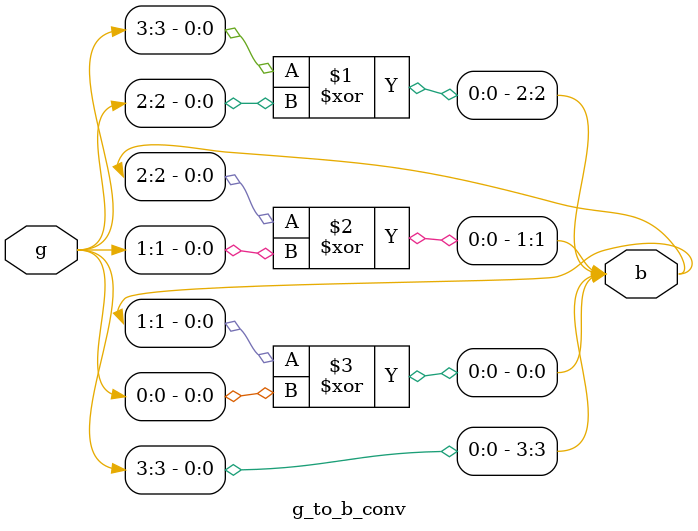
<source format=v>
module g_to_b_conv(
  input [3:0] g,
  output [3:0] b
);
  assign b[3] = g[3];
  assign b[2] = b[3] ^ g[2];
  assign b[1] = b[2] ^ g[1];
  assign b[0] = b[1] ^ g[0];
endmodule

</source>
